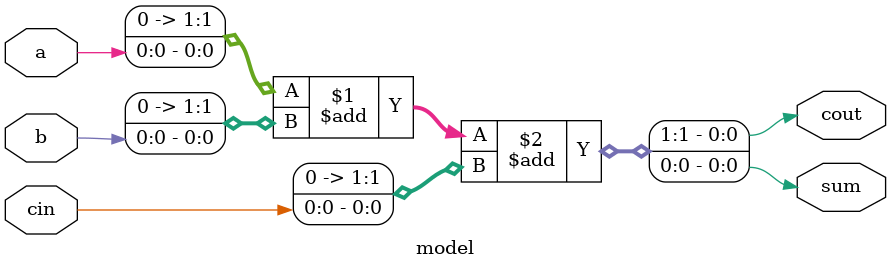
<source format=sv>
module model (
    input a,
    input b,
    input cin,
    output logic sum,
    output logic cout
);
    assign {cout,sum} = {1'b0,a} + {1'b0,b} + {1'b0,cin};
endmodule
</source>
